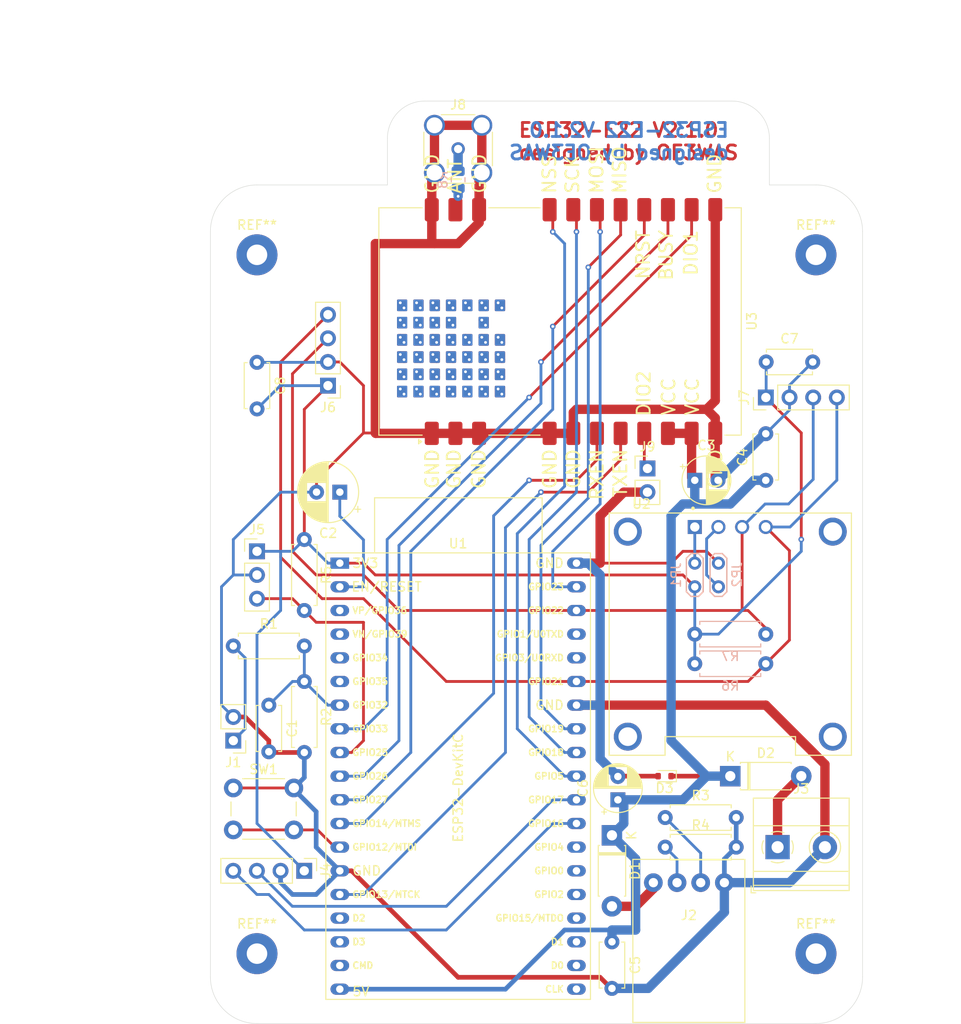
<source format=kicad_pcb>
(kicad_pcb (version 20240108) (generator "pcbnew") (generator_version "8.0")
  (title_block (title "ESP32+E22 single sided") (date "2024-10-08") (rev "V 2.0.6") (comment 1 "designed by OE3WAS"))
  (layers (0 "F.Cu" signal) (31 "B.Cu" signal) (34 "B.Paste" user) (35 "F.Paste" user) (36 "B.SilkS" user "B.Silkscreen") (37 "F.SilkS" user "F.Silkscreen") (38 "B.Mask" user) (39 "F.Mask" user) (44 "Edge.Cuts" user))
  (net 0 "")
  (net 1 "/GPS_TX")
  (net 2 "+3.3V")
  (net 3 "GND")
  (net 4 "/GPS_RX")
  (net 5 "/SDA")
  (net 6 "/SCL")
  (net 7 "/OneWire")
  (net 8 "Net-(U1-32K_XP{slash}GPIO32{slash}ADC1_CH4)")
  (net 9 "/E22_BUSY")
  (net 10 "Net-(U1-CHIP_PU)")
  (net 11 "/E22_NRST")
  (net 12 "Net-(D2-A)")
  (net 13 "/MISO")
  (net 14 "/MOSI")
  (net 15 "/E22_SCK")
  (net 16 "+5V")
  (net 17 "/E22_DIO1")
  (net 18 "/E22_NSS")
  (net 19 "Net-(J1-Pin_1)")
  (net 20 "Net-(J8-In)")
  (net 21 "Net-(J9-Pin_1)")
  (net 22 "Net-(U1-MTDI{slash}GPIO12{slash}ADC2_CH5)")
  (net 38 "/E22_RXEN")
  (net 39 "/E22_TXEN")
  (net 200 "Net-(JP1-A)")
  (net 201 "Net-(JP2-A)")
  (net 202 "Net-(D1-A)")
  (net 204 "Net-(U3-ANT)")
  (net 205 "Net-(J2-CC2)")
  (net 206 "Net-(J2-CC1)")
  (footprint "Connector_PinHeader_2.54mm:PinHeader_1x03_P2.54mm_Vertical" (layer "F.Cu") (at 115.57 95.25)
    (property "Reference" "J5")
    (property "Value" "Conn_01x03_Socket")
  )
  (footprint "Resistor_THT:R_Axial_DIN0207_L6.3mm_D2.5mm_P7.62mm_Horizontal" (layer "F.Cu") (at 113.03 105.41)
    (property "Reference" "R1")
    (property "Value" "5k1")
  )
  (footprint "Capacitor_THT:CP_Radial_D5.0mm_P2.50mm" (layer "F.Cu") (at 154.305 121.92 90)
    (property "Reference" "C6")
    (property "Value" "470µF")
  )
  (footprint "Resistor_THT:R_Axial_DIN0207_L6.3mm_D2.5mm_P7.62mm_Horizontal" (layer "F.Cu") (at 159.385 127)
    (property "Reference" "R4")
    (property "Value" "5k1")
  )
  (footprint "Resistor_THT:R_Axial_DIN0207_L6.3mm_D2.5mm_P7.62mm_Horizontal" (layer "F.Cu") (at 120.65 109.22 -90)
    (property "Reference" "R2")
    (property "Value" "5k1")
  )
  (footprint "MountingHole:MountingHole_2.2mm_M2_Pad_TopBottom" (layer "F.Cu") (at 175.57 63.43)
    (property "Reference" "REF**")
    (property "Value" "MountingHole_2.2mm_M2_Pad_TopBottom")
  )
  (footprint "Capacitor_THT:CP_Radial_D6.3mm_P2.50mm" (layer "F.Cu") (at 124.46 88.9 180)
    (property "Reference" "C2")
    (property "Value" "10µF")
  )
  (footprint "MountingHole:MountingHole_2.2mm_M2_Pad_TopBottom" (layer "F.Cu") (at 115.57 138.43)
    (property "Reference" "REF**")
    (property "Value" "MountingHole_2.2mm_M2_Pad_TopBottom")
  )
  (footprint "Connector_PinHeader_2.54mm:PinHeader_1x04_P2.54mm_Vertical" (layer "F.Cu") (at 170.19 78.74 90)
    (property "Reference" "J7")
    (property "Value" "Conn_01x04_Socket")
  )
  (footprint "Diode_THT:D_DO-41_SOD81_P7.62mm_Horizontal" (layer "F.Cu") (at 166.37 119.38)
    (property "Reference" "D2")
    (property "Value" "1N5817")
  )
  (footprint "E22:DM-OLED096-636" (layer "F.Cu") (at 166.37 104.14)
    (property "Reference" "U2")
    (property "Value" "DM-OLED096-636")
  )
  (footprint "Resistor_THT:R_Axial_DIN0207_L6.3mm_D2.5mm_P7.62mm_Horizontal" (layer "F.Cu") (at 120.65 93.98 -90)
    (property "Reference" "R5")
    (property "Value" "4k7")
  )
  (footprint "footprints:USB-C_vert" (layer "F.Cu") (at 161.925 130.81)
    (property "Reference" "J2")
    (property "Value" "~")
  )
  (footprint "Connector_PinHeader_2.54mm:PinHeader_1x02_P2.54mm_Vertical" (layer "F.Cu") (at 113.03 115.57 180)
    (property "Reference" "J1")
    (property "Value" "Conn_01x02_Socket")
  )
  (footprint "Connector_PinHeader_2.54mm:PinHeader_1x04_P2.54mm_Vertical" (layer "F.Cu") (at 123.19 77.47 180)
    (property "Reference" "J6")
    (property "Value" "Conn_01x04_Socket")
  )
  (footprint "Diode_THT:D_DO-41_SOD81_P7.62mm_Horizontal" (layer "F.Cu") (at 153.67 125.73 -90)
    (property "Reference" "D1")
    (property "Value" "1N5817")
  )
  (footprint "Capacitor_THT:C_Disc_D4.7mm_W2.5mm_P5.00mm" (layer "F.Cu") (at 170.18 87.63 90)
    (property "Reference" "C4")
    (property "Value" "100nF")
  )
  (footprint "TerminalBlock_Phoenix:TerminalBlock_Phoenix_MKDS-1,5-2-5.08_1x02_P5.08mm_Horizontal" (layer "F.Cu") (at 171.45 127)
    (property "Reference" "J3")
    (property "Value" "Conn_01x02_Socket" (hide yes))
  )
  (footprint "Capacitor_THT:C_Disc_D4.7mm_W2.5mm_P5.00mm" (layer "F.Cu") (at 153.67 137.16 -90)
    (property "Reference" "C5")
    (property "Value" "100nF")
  )
  (footprint "Connector_Coaxial:SMA_Amphenol_132134-14_Vertical" (layer "F.Cu") (at 137.16 52.07)
    (property "Reference" "J8")
    (property "Value" "SMA")
  )
  (footprint "Capacitor_THT:CP_Radial_D5.0mm_P2.50mm" (layer "F.Cu") (at 162.56 87.63)
    (property "Reference" "C3")
    (property "Value" "470µF")
  )
  (footprint "E22:E22-400M33S" (layer "F.Cu") (at 145.1 70.58 90)
    (property "Reference" "U3")
    (property "Value" "E22-40033S")
  )
  (footprint "Connector_PinHeader_2.54mm:PinHeader_1x04_P2.54mm_Vertical" (layer "F.Cu") (at 120.64 129.54 -90)
    (property "Reference" "J4")
    (property "Value" "Conn_01x04_Socket" (hide yes))
  )
  (footprint "E22:ESP32-DevKitC" (layer "F.Cu") (at 124.46 96.52)
    (property "Reference" "U1")
    (property "Value" "ESP32-DevKitC")
  )
  (footprint "Capacitor_THT:C_Disc_D4.7mm_W2.5mm_P5.00mm" (layer "F.Cu") (at 170.22 74.93)
    (property "Reference" "C7")
    (property "Value" "100nF")
  )
  (footprint "Capacitor_THT:C_Disc_D4.7mm_W2.5mm_P5.00mm" (layer "F.Cu") (at 116.84 111.76 -90)
    (property "Reference" "C1")
    (property "Value" "100nF")
  )
  (footprint "Capacitor_THT:C_Disc_D4.7mm_W2.5mm_P5.00mm" (layer "F.Cu") (at 115.57 74.97 -90)
    (property "Reference" "C8")
    (property "Value" "100nF")
  )
  (footprint "MountingHole:MountingHole_2.2mm_M2_Pad_TopBottom" (layer "F.Cu") (at 115.57 63.43)
    (property "Reference" "REF**")
    (property "Value" "MountingHole_2.2mm_M2_Pad_TopBottom")
  )
  (footprint "Button_Switch_THT:SW_PUSH_6mm" (layer "F.Cu") (at 113.03 120.65)
    (property "Reference" "SW1")
    (property "Value" "SW_Push")
  )
  (footprint "MountingHole:MountingHole_2.2mm_M2_Pad_TopBottom" (layer "F.Cu") (at 175.57 138.43)
    (property "Reference" "REF**")
    (property "Value" "MountingHole_2.2mm_M2_Pad_TopBottom")
  )
  (footprint "Resistor_THT:R_Axial_DIN0207_L6.3mm_D2.5mm_P7.62mm_Horizontal" (layer "F.Cu") (at 159.385 123.825)
    (property "Reference" "R3")
    (property "Value" "5k1")
  )
  (footprint "Diode_SMD:D_SOD-523" (layer "F.Cu") (at 159.32 119.38 180)
    (property "Reference" "D3")
    (property "Value" "LESD5D5.0CT1G")
  )
  (footprint "Connector_PinHeader_2.54mm:PinHeader_1x02_P2.54mm_Vertical" (layer "F.Cu") (at 157.48 86.36)
    (property "Reference" "J9")
    (property "Value" "Conn_01x02_Socket" (hide yes))
  )
  (footprint "TestPoint:TestPoint_2Pads_Pitch2.54mm_Drill0.8mm" (layer "B.Cu") (at 162.56 96.52 -90)
    (property "Reference" "JP1")
    (property "Value" "Jumper_2_Small_Bridged" (hide yes))
  )
  (footprint "Resistor_SMD:R_0805_2012Metric" (layer "B.Cu") (at 137.16 55.372 -90)
    (property "Reference" "R8")
    (property "Value" "0R")
  )
  (footprint "Resistor_THT:R_Axial_DIN0207_L6.3mm_D2.5mm_P7.62mm_Horizontal" (layer "B.Cu") (at 162.56 104.14)
    (property "Reference" "R7")
    (property "Value" "10k")
  )
  (footprint "TestPoint:TestPoint_2Pads_Pitch2.54mm_Drill0.8mm" (layer "B.Cu") (at 165.1 99.06 90)
    (property "Reference" "JP2")
    (property "Value" "Jumper_2_Small_Bridged" (hide yes))
  )
  (footprint "Resistor_THT:R_Axial_DIN0207_L6.3mm_D2.5mm_P7.62mm_Horizontal" (layer "B.Cu") (at 162.56 107.315)
    (property "Reference" "R6")
    (property "Value" "10k")
  )
  (gr_arc (start 166.57 46.93) (mid 169.398427 48.101573) (end 170.57 50.93) (stroke (width 0.05)) (layer "Edge.Cuts"))
  (gr_line (start 175.57 145.93) (end 115.57 145.93) (stroke (width 0.05)) (layer "Edge.Cuts"))
  (gr_line (start 129.57 55.93) (end 115.57 55.93) (stroke (width 0.05)) (layer "Edge.Cuts"))
  (gr_arc (start 175.57 55.93) (mid 179.105534 57.394466) (end 180.57 60.93) (stroke (width 0.05)) (layer "Edge.Cuts"))
  (gr_arc (start 110.57 60.93) (mid 112.034466 57.394466) (end 115.57 55.93) (stroke (width 0.05)) (layer "Edge.Cuts"))
  (gr_line (start 110.57 140.93) (end 110.57 60.93) (stroke (width 0.05)) (layer "Edge.Cuts"))
  (gr_line (start 170.57 55.93) (end 175.57 55.93) (stroke (width 0.05)) (layer "Edge.Cuts"))
  (gr_arc (start 115.57 145.93) (mid 112.034466 144.465534) (end 110.57 140.93) (stroke (width 0.05)) (layer "Edge.Cuts"))
  (gr_line (start 129.57 55.93) (end 129.57 50.93) (stroke (width 0.05)) (layer "Edge.Cuts"))
  (gr_arc (start 129.57 50.93) (mid 130.741573 48.101573) (end 133.57 46.93) (stroke (width 0.05)) (layer "Edge.Cuts"))
  (gr_arc (start 180.57 140.93) (mid 179.105534 144.465534) (end 175.57 145.93) (stroke (width 0.05)) (layer "Edge.Cuts"))
  (gr_line (start 166.57 46.93) (end 133.57 46.93) (stroke (width 0.05)) (layer "Edge.Cuts"))
  (gr_line (start 180.57 60.93) (end 180.57 140.93) (stroke (width 0.05)) (layer "Edge.Cuts"))
  (gr_line (start 170.57 55.93) (end 170.57 50.93) (stroke (width 0.05)) (layer "Edge.Cuts"))
  (gr_text "ESP32-E22 V2.1.0\ndesigned by OE3WAS" (at 143.51 53.34 0) (layer "F.Cu") (effects (font (size 1.5 1.5) (thickness 0.3) (bold yes)) (justify left bottom)))
  (gr_text "ESP32-E22 V2.1.0\ndesigned by OE3WAS" (at 166.37 53.34 0) (layer "B.Cu") (effects (font (size 1.5 1.5) (thickness 0.3) (bold yes)) (justify left bottom mirror)))
  (segment (start 147.32 121.92) (end 135.89 133.35) (width 0.3) (layer "B.Cu") (net 1))
  (segment (start 119.37 133.35) (end 115.56 129.54) (width 0.3) (layer "B.Cu") (net 1))
  (segment (start 135.89 133.35) (end 119.37 133.35) (width 0.3) (layer "B.Cu") (net 1))
  (segment (start 149.86 121.92) (end 147.32 121.92) (width 0.3) (layer "B.Cu") (net 1))
  (segment (start 161.29 97.79) (end 162.56 99.06) (width 0.3) (layer "F.Cu") (net 2))
  (segment (start 120.65 93.98) (end 120.65 80.01) (width 0.3) (layer "F.Cu") (net 2))
  (segment (start 127 96.52) (end 128.27 97.79) (width 0.3) (layer "F.Cu") (net 2))
  (segment (start 124.46 96.52) (end 127 96.52) (width 0.3) (layer "F.Cu") (net 2))
  (segment (start 128.27 97.79) (end 161.29 97.79) (width 0.3) (layer "F.Cu") (net 2))
  (segment (start 120.65 80.01) (end 123.19 77.47) (width 0.3) (layer "F.Cu") (net 2))
  (segment (start 173.99 82.54) (end 170.19 78.74) (width 0.3) (layer "F.Cu") (net 2))
  (segment (start 173.99 93.98) (end 173.99 82.54) (width 0.3) (layer "F.Cu") (net 2))
  (via (at 173.99 93.98) (size 0.6) (drill 0.3) (layers "F.Cu" "B.Cu") (net 2))
  (segment (start 170.22 74.93) (end 170.22 78.71) (width 0.3) (layer "B.Cu") (net 2))
  (segment (start 170.22 78.71) (end 170.19 78.74) (width 0.3) (layer "B.Cu") (net 2))
  (segment (start 118.11 95.25) (end 119.38 95.25) (width 0.3) (layer "B.Cu") (net 2))
  (segment (start 119.38 95.25) (end 120.65 93.98) (width 0.3) (layer "B.Cu") (net 2))
  (segment (start 173.99 95.25) (end 173.99 93.98) (width 0.3) (layer "B.Cu") (net 2))
  (segment (start 162.56 104.14) (end 165.1 104.14) (width 0.3) (layer "B.Cu") (net 2))
  (segment (start 115.57 79.97) (end 118.07 77.47) (width 0.3) (layer "B.Cu") (net 2))
  (segment (start 120.64 129.53) (end 115.57 124.46) (width 0.3) (layer "B.Cu") (net 2))
  (segment (start 162.56 99.06) (end 162.56 107.315) (width 0.3) (layer "B.Cu") (net 2))
  (segment (start 165.1 104.14) (end 173.99 95.25) (width 0.3) (layer "B.Cu") (net 2))
  (segment (start 115.57 104.14) (end 118.11 101.6) (width 0.3) (layer "B.Cu") (net 2))
  (segment (start 118.11 95.25) (end 115.57 95.25) (width 0.3) (layer "B.Cu") (net 2))
  (segment (start 118.11 101.6) (end 118.11 95.25) (width 0.3) (layer "B.Cu") (net 2))
  (segment (start 120.64 129.54) (end 120.64 129.53) (width 0.3) (layer "B.Cu") (net 2))
  (segment (start 123.19 96.52) (end 124.46 96.52) (width 0.3) (layer "B.Cu") (net 2))
  (segment (start 170.19 74.9) (end 170.22 74.93) (width 0.3) (layer "B.Cu") (net 2))
  (segment (start 170.19 78.74) (end 169.56 78.11) (width 0.3) (layer "B.Cu") (net 2))
  (segment (start 120.65 93.98) (end 123.19 96.52) (width 0.3) (layer "B.Cu") (net 2))
  (segment (start 118.07 77.47) (end 123.19 77.47) (width 0.3) (layer "B.Cu") (net 2))
  (segment (start 115.57 124.46) (end 115.57 104.14) (width 0.3) (layer "B.Cu") (net 2))
  (segment (start 176.53 118.11) (end 176.53 127) (width 1) (layer "F.Cu") (net 3))
  (segment (start 158.62 119.38) (end 154.345 119.38) (width 0.5) (layer "F.Cu") (net 3))
  (segment (start 160.02 96.52) (end 152.4 96.52) (width 0.3) (layer "F.Cu") (net 3))
  (segment (start 139.7 49.53) (end 139.7 54.61) (width 1) (layer "F.Cu") (net 3))
  (segment (start 170.18 111.76) (end 176.53 118.11) (width 1) (layer "F.Cu") (net 3))
  (segment (start 139.41 82.59) (end 136.87 82.59) (width 1) (layer "F.Cu") (net 3))
  (segment (start 134.33 54.9) (end 134.62 54.61) (width 1) (layer "F.Cu") (net 3))
  (segment (start 134.62 54.61) (end 134.62 49.53) (width 1) (layer "F.Cu") (net 3))
  (segment (start 127 82.55) (end 128.27 82.55) (width 0.3) (layer "F.Cu") (net 3))
  (segment (start 127 82.55) (end 127 77.47) (width 0.3) (layer "F.Cu") (net 3))
  (segment (start 116.92 116.84) (end 120.65 116.84) (width 0.5) (layer "F.Cu") (net 3))
  (segment (start 154.345 119.38) (end 154.305 119.42) (width 0.3) (layer "F.Cu") (net 3))
  (segment (start 134.33 58.59) (end 134.33 61.94) (width 1) (layer "F.Cu") (net 3))
  (segment (start 121.96 87.59) (end 127 82.55) (width 0.3) (layer "F.Cu") (net 3))
  (segment (start 161.29 95.25) (end 160.02 96.52) (width 0.3) (layer "F.Cu") (net 3))
  (segment (start 146.98 82.59) (end 149.52 82.59) (width 1) (layer "F.Cu") (net 3))
  (segment (start 149.86 96.52) (end 152.4 96.52) (width 1) (layer "F.Cu") (net 3))
  (segment (start 127 77.47) (end 124.46 74.93) (width 0.3) (layer "F.Cu") (net 3))
  (segment (start 128.31 82.59) (end 128.27 82.55) (width 1) (layer "F.Cu") (net 3))
  (segment (start 134.62 49.53) (end 139.7 49.53) (width 1) (layer "F.Cu") (net 3))
  (segment (start 134.33 58.59) (end 134.33 54.9) (width 1) (layer "F.Cu") (net 3))
  (segment (start 149.52 80.35) (end 149.86 80.01) (width 1) (layer "F.Cu") (net 3))
  (segment (start 139.41 58.59) (end 139.41 59.98) (width 1) (layer "F.Cu") (net 3))
  (segment (start 139.41 82.59) (end 146.98 82.59) (width 1) (layer "F.Cu") (net 3))
  (segment (start 125.73 129.54) (end 137.16 140.97) (width 0.5) (layer "F.Cu") (net 3))
  (segment (start 164.76 82.59) (end 164.76 87.33) (width 1) (layer "F.Cu") (net 3))
  (segment (start 121.96 88.9) (end 121.96 87.59) (width 0.3) (layer "F.Cu") (net 3))
  (segment (start 163.83 95.25) (end 161.29 95.25) (width 0.3) (layer "F.Cu") (net 3))
  (segment (start 116.84 116.76) (end 116.92 116.84) (width 0.5) (layer "F.Cu") (net 3))
  (segment (start 165.1 96.52) (end 163.83 95.25) (width 0.3) (layer "F.Cu") (net 3))
  (segment (start 134.62 62.23) (end 128.27 62.23) (width 1) (layer "F.Cu") (net 3))
  (segment (start 139.41 59.98) (end 137.16 62.23) (width 1) (layer "F.Cu") (net 3))
  (segment (start 164.76 87.33) (end 165.06 87.63) (width 1) (layer "F.Cu") (net 3))
  (segment (start 139.41 54.9) (end 139.7 54.61) (width 1) (layer "F.Cu") (net 3))
  (segment (start 149.86 80.01) (end 163.83 80.01) (width 1) (layer "F.Cu") (net 3))
  (segment (start 137.16 62.23) (end 134.62 62.23) (width 1) (layer "F.Cu") (net 3))
  (segment (start 154.94 88.9) (end 157.48 88.9) (width 1) (layer "F.Cu") (net 3))
  (segment (start 153.59 142.16) (end 153.67 142.16) (width 0.5) (layer "F.Cu") (net 3))
  (segment (start 114.3 113.03) (end 116.84 115.57) (width 0.5) (layer "F.Cu") (net 3))
  (segment (start 134.33 82.59) (end 128.31 82.59) (width 1) (layer "F.Cu") (net 3))
  (segment (start 152.4 91.44) (end 154.94 88.9) (width 1) (layer "F.Cu") (net 3))
  (segment (start 164.76 58.59) (end 164.76 79.08) (width 1) (layer "F.Cu") (net 3))
  (segment (start 116.84 115.57) (end 116.84 116.76) (width 0.5) (layer "F.Cu") (net 3))
  (segment (start 124.46 129.54) (end 125.73 129.54) (width 0.5) (layer "F.Cu") (net 3))
  (segment (start 134.33 61.94) (end 134.62 62.23) (width 1) (layer "F.Cu") (net 3))
  (segment (start 149.86 111.76) (end 170.18 111.76) (width 1) (layer "F.Cu") (net 3))
  (segment (start 113.03 113.03) (end 114.3 113.03) (width 0.5) (layer "F.Cu") (net 3))
  (segment (start 113.03 120.65) (end 119.53 120.65) (width 0.3) (layer "F.Cu") (net 3))
  (segment (start 164.76 80.94) (end 164.76 82.59) (width 1) (layer "F.Cu") (net 3))
  (segment (start 152.4 140.97) (end 153.59 142.16) (width 0.5) (layer "F.Cu") (net 3))
  (segment (start 137.16 140.97) (end 152.4 140.97) (width 0.5) (layer "F.Cu") (net 3))
  (segment (start 136.87 82.59) (end 134.33 82.59) (width 1) (layer "F.Cu") (net 3))
  (segment (start 152.4 96.52) (end 152.4 91.44) (width 1) (layer "F.Cu") (net 3))
  (segment (start 149.52 82.59) (end 149.52 80.35) (width 1) (layer "F.Cu") (net 3))
  (segment (start 128.27 62.23) (end 128.27 82.55) (width 1) (layer "F.Cu") (net 3))
  (segment (start 163.83 80.01) (end 164.76 80.94) (width 1) (layer "F.Cu") (net 3))
  (segment (start 139.41 58.59) (end 139.41 54.9) (width 1) (layer "F.Cu") (net 3))
  (segment (start 124.46 74.93) (end 123.19 74.93) (width 0.3) (layer "F.Cu") (net 3))
  (segment (start 164.76 79.08) (end 163.83 80.01) (width 1) (layer "F.Cu") (net 3))
  (segment (start 172.72 130.81) (end 165.735 130.81) (width 1) (layer "B.Cu") (net 3))
  (segment (start 119.53 120.65) (end 119.53 120.8) (width 0.5) (layer "B.Cu") (net 3))
  (segment (start 121.92 127) (end 124.46 129.54) (width 0.5) (layer "B.Cu") (net 3))
  (segment (start 152.4 97.79) (end 152.4 111.76) (width 1) (layer "B.Cu") (net 3))
  (segment (start 111.76 99.06) (end 113.03 97.79) (width 0.3) (layer "B.Cu") (net 3))
  (segment (start 113.03 97.79) (end 113.03 93.98) (width 0.3) (layer "B.Cu") (net 3))
  (segment (start 121.92 123.19) (end 121.92 127) (width 0.5) (layer "B.Cu") (net 3))
  (segment (start 170.06 82.63) (end 165.06 87.63) (width 1) (layer "B.Cu") (net 3))
  (segment (start 172.73 77.42) (end 175.22 74.93) (width 0.3) (layer "B.Cu") (net 3))
  (segment (start 152.4 117.515) (end 152.4 111.76) (width 1) (layer "B.Cu") (net 3))
  (segment (start 167.005 127) (end 165.735 128.27) (width 0.5) (layer "B.Cu") (net 3))
  (segment (start 119.53 120.8) (end 121.92 123.19) (width 0.5) (layer "B.Cu") (net 3))
  (segment (start 121.92 132.08) (end 119.38 132.08) (width 0.5) (layer "B.Cu") (net 3))
  (segment (start 154.305 119.42) (end 152.4 117.515) (width 1) (layer "B.Cu") (net 3))
  (segment (start 152.4 111.76) (end 149.86 111.76) (width 1) (layer "B.Cu") (net 3))
  (segment (start 120.65 119.53) (end 119.53 120.65) (width 0.5) (layer "B.Cu") (net 3))
  (segment (start 120.65 116.84) (end 120.65 119.53) (width 0.5) (layer "B.Cu") (net 3))
  (segment (start 172.73 78.74) (end 172.73 80.08) (width 0.3) (layer "B.Cu") (net 3))
  (segment (start 165.735 128.27) (end 165.735 130.81) (width 0.5) (layer "B.Cu") (net 3))
  (segment (start 149.86 96.52) (end 151.13 96.52) (width 1) (layer "B.Cu") (net 3))
  (segment (start 123.15 74.97) (end 123.19 74.93) (width 0.3) (layer "B.Cu") (net 3))
  (segment (start 115.57 97.79) (end 113.03 97.79) (width 0.3) (layer "B.Cu") (net 3))
  (segment (start 172.73 78.74) (end 172.73 77.42) (width 0.3) (layer "B.Cu") (net 3))
  (segment (start 151.13 96.52) (end 152.4 97.79) (width 1) (layer "B.Cu") (net 3))
  (segment (start 119.38 132.08) (end 118.1 130.8) (width 0.5) (layer "B.Cu") (net 3))
  (segment (start 113.03 113.03) (end 111.76 111.76) (width 0.3) (layer "B.Cu") (net 3))
  (segment (start 165.735 133.985) (end 165.735 130.81) (width 1) (layer "B.Cu") (net 3))
  (segment (start 157.56 142.16) (end 165.735 133.985) (width 1) (layer "B.Cu") (net 3))
  (segment (start 111.76 111.76) (end 111.76 99.06) (width 0.3) (layer "B.Cu") (net 3))
  (segment (start 118.1 130.8) (end 118.1 129.54) (width 0.5) (layer "B.Cu") (net 3))
  (segment (start 172.72 130.81) (end 176.53 127) (width 1) (layer "B.Cu") (net 3))
  (segment (start 115.57 74.97) (end 123.15 74.97) (width 0.3) (layer "B.Cu") (net 3))
  (segment (start 170.18 82.63) (end 170.06 82.63) (width 1) (layer "B.Cu") (net 3))
  (segment (start 113.03 93.98) (end 118.11 88.9) (width 0.3) (layer "B.Cu") (net 3))
  (segment (start 167.005 127) (end 167.005 123.825) (width 0.5) (layer "B.Cu") (net 3))
  (segment (start 153.67 142.16) (end 157.56 142.16) (width 1) (layer "B.Cu") (net 3))
  (segment (start 118.11 88.9) (end 121.96 88.9) (width 0.3) (layer "B.Cu") (net 3))
  (segment (start 172.73 80.08) (end 170.18 82.63) (width 0.3) (layer "B.Cu") (net 3))
  (segment (start 124.46 129.54) (end 121.92 132.08) (width 0.5) (layer "B.Cu") (net 3))
  (segment (start 120.65 135.89) (end 116.84 132.08) (width 0.3) (layer "B.Cu") (net 4))
  (segment (start 115.56 132.08) (end 113.02 129.54) (width 0.3) (layer "B.Cu") (net 4))
  (segment (start 116.84 132.08) (end 115.56 132.08) (width 0.3) (layer "B.Cu") (net 4))
  (segment (start 147.32 124.46) (end 135.89 135.89) (width 0.3) (layer "B.Cu") (net 4))
  (segment (start 135.89 135.89) (end 120.65 135.89) (width 0.3) (layer "B.Cu") (net 4))
  (segment (start 149.86 124.46) (end 147.32 124.46) (width 0.3) (layer "B.Cu") (net 4))
  (segment (start 135.89 109.22) (end 127 100.33) (width 0.3) (layer "F.Cu") (net 5))
  (segment (start 172.72 104.775) (end 170.18 107.315) (width 0.3) (layer "F.Cu") (net 5))
  (segment (start 168.275 109.22) (end 170.18 107.315) (width 0.3) (layer "F.Cu") (net 5))
  (segment (start 149.86 109.22) (end 135.89 109.22) (width 0.3) (layer "F.Cu") (net 5))
  (segment (start 118.11 95.885) (end 118.11 74.93) (width 0.3) (layer "F.Cu") (net 5))
  (segment (start 122.555 100.33) (end 118.11 95.885) (width 0.3) (layer "F.Cu") (net 5))
  (segment (start 170.18 92.64) (end 172.72 95.18) (width 0.3) (layer "F.Cu") (net 5))
  (segment (start 118.11 74.93) (end 123.19 69.85) (width 0.3) (layer "F.Cu") (net 5))
  (segment (start 172.72 95.18) (end 172.72 104.775) (width 0.3) (layer "F.Cu") (net 5))
  (segment (start 149.86 109.22) (end 168.275 109.22) (width 0.3) (layer "F.Cu") (net 5))
  (segment (start 127 100.33) (end 122.555 100.33) (width 0.3) (layer "F.Cu") (net 5))
  (segment (start 172.79 92.64) (end 177.81 87.62) (width 0.3) (layer "B.Cu") (net 5))
  (segment (start 177.81 87.62) (end 177.81 78.74) (width 0.3) (layer "B.Cu") (net 5))
  (segment (start 170.18 92.64) (end 172.79 92.64) (width 0.3) (layer "B.Cu") (net 5))
  (segment (start 167.64 101.6) (end 167.64 92.64) (width 0.3) (layer "F.Cu") (net 6))
  (segment (start 127 97.79) (end 121.92 97.79) (width 0.3) (layer "F.Cu") (net 6))
  (segment (start 121.92 97.79) (end 119.38 95.25) (width 0.3) (layer "F.Cu") (net 6))
  (segment (start 149.86 101.6) (end 130.81 101.6) (width 0.3) (layer "F.Cu") (net 6))
  (segment (start 119.38 76.2) (end 123.19 72.39) (width 0.3) (layer "F.Cu") (net 6))
  (segment (start 119.38 95.25) (end 119.38 76.2) (width 0.3) (layer "F.Cu") (net 6))
  (segment (start 167.64 101.6) (end 168.275 101.6) (width 0.3) (layer "F.Cu") (net 6))
  (segment (start 130.81 101.6) (end 127 97.79) (width 0.3) (layer "F.Cu") (net 6))
  (segment (start 168.275 101.6) (end 170.18 103.505) (width 0.3) (layer "F.Cu") (net 6))
  (segment (start 149.86 101.6) (end 167.64 101.6) (width 0.3) (layer "F.Cu") (net 6))
  (segment (start 167.64 92.64) (end 170.11 90.17) (width 0.3) (layer "B.Cu") (net 6))
  (segment (start 175.27 87.524) (end 175.27 78.74) (width 0.3) (layer "B.Cu") (net 6))
  (segment (start 172.624 90.17) (end 175.27 87.524) (width 0.3) (layer "B.Cu") (net 6))
  (segment (start 170.11 90.17) (end 172.624 90.17) (width 0.3) (layer "B.Cu") (net 6))
  (segment (start 121.92 102.87) (end 127 102.87) (width 0.3) (layer "F.Cu") (net 7))
  (segment (start 127 115.57) (end 125.73 116.84) (width 0.3) (layer "F.Cu") (net 7))
  (segment (start 125.73 116.84) (end 124.46 116.84) (width 0.3) (layer "F.Cu") (net 7))
  (segment (start 115.57 100.33) (end 119.38 100.33) (width 0.3) (layer "F.Cu") (net 7))
  (segment (start 120.65 101.6) (end 121.92 102.87) (width 0.3) (layer "F.Cu") (net 7))
  (segment (start 127 102.87) (end 127 115.57) (width 0.3) (layer "F.Cu") (net 7))
  (segment (start 119.38 100.33) (end 120.65 101.6) (width 0.3) (layer "F.Cu") (net 7))
  (segment (start 119.38 109.22) (end 116.84 111.76) (width 0.3) (layer "B.Cu") (net 8))
  (segment (start 120.65 109.22) (end 123.19 111.76) (width 0.3) (layer "B.Cu") (net 8))
  (segment (start 120.65 105.41) (end 120.65 109.22) (width 0.3) (layer "B.Cu") (net 8))
  (segment (start 123.19 111.76) (end 124.46 111.76) (width 0.3) (layer "B.Cu") (net 8))
  (segment (start 120.65 109.22) (end 119.38 109.22) (width 0.3) (layer "B.Cu") (net 8))
  (segment (start 159.68 61.3) (end 159.68 58.59) (width 0.3) (layer "F.Cu") (net 9))
  (segment (start 146.05 74.93) (end 159.68 61.3) (width 0.3) (layer "F.Cu") (net 9))
  (via (at 146.05 74.93) (size 0.6) (drill 0.3) (layers "F.Cu" "B.Cu") (net 9))
  (segment (start 130.81 94.615) (end 130.81 115.57) (width 0.3) (layer "B.Cu") (net 9))
  (segment (start 130.81 115.57) (end 127 119.38) (width 0.3) (layer "B.Cu") (net 9))
  (segment (start 127 119.38) (end 124.46 119.38) (width 0.3) (layer "B.Cu") (net 9))
  (segment (start 146.05 74.93) (end 146.05 79.375) (width 0.3) (layer "B.Cu") (net 9))
  (segment (start 146.05 79.375) (end 130.81 94.615) (width 0.3) (layer "B.Cu") (net 9))
  (segment (start 127 99.06) (end 127 94.02) (width 0.3) (layer "B.Cu") (net 10))
  (segment (start 124.46 91.48) (end 124.46 88.9) (width 0.3) (layer "B.Cu") (net 10))
  (segment (start 127 94.02) (end 124.46 91.48) (width 0.3) (layer "B.Cu") (net 10))
  (segment (start 124.46 99.06) (end 127 99.06) (width 0.3) (layer "B.Cu") (net 10))
  (segment (start 147.32 71.12) (end 157.14 61.3) (width 0.3) (layer "F.Cu") (net 11))
  (segment (start 157.14 61.3) (end 157.14 58.59) (width 0.3) (layer "F.Cu") (net 11))
  (via (at 147.32 71.12) (size 0.6) (drill 0.3) (layers "F.Cu" "B.Cu") (net 11))
  (segment (start 147.32 71.12) (end 147.32 80.01) (width 0.3) (layer "B.Cu") (net 11))
  (segment (start 132.08 116.84) (end 127 121.92) (width 0.3) (layer "B.Cu") (net 11))
  (segment (start 132.08 95.25) (end 132.08 116.84) (width 0.3) (layer "B.Cu") (net 11))
  (segment (start 147.32 80.01) (end 132.08 95.25) (width 0.3) (layer "B.Cu") (net 11))
  (segment (start 127 121.92) (end 124.46 121.92) (width 0.3) (layer "B.Cu") (net 11))
  (segment (start 171.45 127) (end 171.45 121.92) (width 1) (layer "F.Cu") (net 12))
  (segment (start 171.45 121.92) (end 173.99 119.38) (width 1) (layer "F.Cu") (net 12))
  (segment (start 151.13 64.77) (end 154.6 61.3) (width 0.3) (layer "F.Cu") (net 13))
  (segment (start 154.6 61.3) (end 154.6 58.59) (width 0.3) (layer "F.Cu") (net 13))
  (via (at 151.13 64.77) (size 0.6) (drill 0.3) (layers "F.Cu" "B.Cu") (net 13))
  (segment (start 146.05 111.76) (end 148.59 114.3) (width 0.3) (layer "B.Cu") (net 13))
  (segment (start 148.59 114.3) (end 149.86 114.3) (width 0.3) (layer "B.Cu") (net 13))
  (segment (start 146.05 94.615) (end 146.05 111.76) (width 0.3) (layer "B.Cu") (net 13))
  (segment (start 151.13 64.77) (end 151.13 89.535) (width 0.3) (layer "B.Cu") (net 13))
  (segment (start 151.13 89.535) (end 146.05 94.615) (width 0.3) (layer "B.Cu") (net 13))
  (segment (start 152.4 58.93) (end 152.06 58.59) (width 0.3) (layer "F.Cu") (net 14))
  (segment (start 152.4 60.96) (end 152.4 58.93) (width 0.3) (layer "F.Cu") (net 14))
  (via (at 152.4 60.96) (size 0.6) (drill 0.3) (layers "F.Cu" "B.Cu") (net 14))
  (segment (start 152.4 90.17) (end 147.32 95.25) (width 0.3) (layer "B.Cu") (net 14))
  (segment (start 147.32 99.06) (end 149.86 99.06) (width 0.3) (layer "B.Cu") (net 14))
  (segment (start 147.32 95.25) (end 147.32 99.06) (width 0.3) (layer "B.Cu") (net 14))
  (segment (start 152.4 60.96) (end 152.4 90.17) (width 0.3) (layer "B.Cu") (net 14))
  (segment (start 149.86 58.93) (end 149.52 58.59) (width 0.3) (layer "F.Cu") (net 15))
  (segment (start 149.86 60.96) (end 149.86 58.93) (width 0.3) (layer "F.Cu") (net 15))
  (via (at 149.86 60.96) (size 0.6) (drill 0.3) (layers "F.Cu" "B.Cu") (net 15))
  (segment (start 144.78 113.03) (end 148.59 116.84) (width 0.3) (layer "B.Cu") (net 15))
  (segment (start 149.86 60.96) (end 149.86 88.9) (width 0.3) (layer "B.Cu") (net 15))
  (segment (start 144.78 93.98) (end 144.78 113.03) (width 0.3) (layer "B.Cu") (net 15))
  (segment (start 149.86 88.9) (end 144.78 93.98) (width 0.3) (layer "B.Cu") (net 15))
  (segment (start 148.59 116.84) (end 149.86 116.84) (width 0.3) (layer "B.Cu") (net 15))
  (segment (start 162.22 82.59) (end 162.22 87.29) (width 1) (layer "F.Cu") (net 16))
  (segment (start 162.22 82.59) (end 159.68 82.59) (width 1) (layer "F.Cu") (net 16))
  (segment (start 160.02 119.38) (end 166.37 119.38) (width 0.5) (layer "F.Cu") (net 16))
  (segment (start 162.22 87.29) (end 162.56 87.63) (width 1) (layer "F.Cu") (net 16))
  (segment (start 156.21 135.89) (end 153.67 135.89) (width 1) (layer "B.Cu") (net 16))
  (segment (start 170.18 87.63) (end 168.91 87.63) (width 1) (layer "B.Cu") (net 16))
  (segment (start 162.56 90.17) (end 162.56 87.63) (width 1) (layer "B.Cu") (net 16))
  (segment (start 153.67 125.73) (end 156.21 128.27) (width 1) (layer "B.Cu") (net 16))
  (segment (start 153.67 125.73) (end 154.94 124.46) (width 1) (layer "B.Cu") (net 16))
  (segment (start 163.83 119.38) (end 166.37 119.38) (width 1) (layer "B.Cu") (net 16))
  (segment (start 154.305 121.92) (end 161.29 121.92) (width 1) (layer "B.Cu") (net 16))
  (segment (start 160.02 115.57) (end 163.83 119.38) (width 1) (layer "B.Cu") (net 16))
  (segment (start 153.67 135.89) (end 148.59 135.89) (width 0.5) (layer "B.Cu") (net 16))
  (segment (start 166.37 90.17) (end 162.56 90.17) (width 1) (layer "B.Cu") (net 16))
  (segment (start 154.94 122.555) (end 154.305 121.92) (width 1) (layer "B.Cu") (net 16))
  (segment (start 161.29 121.92) (end 163.83 119.38) (width 1) (layer "B.Cu") (net 16))
  (segment (start 156.21 128.27) (end 156.21 135.89) (width 1) (layer "B.Cu") (net 16))
  (segment (start 148.59 135.89) (end 142.24 142.24) (width 0.5) (layer "B.Cu") (net 16))
  (segment (start 153.67 137.16) (end 153.67 135.89) (width 1) (layer "B.Cu") (net 16))
  (segment (start 160.02 91.44) (end 160.02 115.57) (width 1) (layer "B.Cu") (net 16))
  (segment (start 162.56 90.17) (end 161.29 90.17) (width 1) (layer "B.Cu") (net 16))
  (segment (start 168.91 87.63) (end 166.37 90.17) (width 1) (layer "B.Cu") (net 16))
  (segment (start 161.29 90.17) (end 160.02 91.44) (width 1) (layer "B.Cu") (net 16))
  (segment (start 142.24 142.24) (end 124.46 142.24) (width 0.5) (layer "B.Cu") (net 16))
  (segment (start 154.94 124.46) (end 154.94 122.555) (width 1) (layer "B.Cu") (net 16))
  (segment (start 144.78 78.74) (end 162.22 61.3) (width 0.3) (layer "F.Cu") (net 17))
  (segment (start 162.22 61.3) (end 162.22 58.59) (width 0.3) (layer "F.Cu") (net 17))
  (via (at 144.78 78.74) (size 0.6) (drill 0.3) (layers "F.Cu" "B.Cu") (net 17))
  (segment (start 129.54 93.98) (end 129.54 111.76) (width 0.3) (layer "B.Cu") (net 17))
  (segment (start 129.54 111.76) (end 127 114.3) (width 0.3) (layer "B.Cu") (net 17))
  (segment (start 127 114.3) (end 124.46 114.3) (width 0.3) (layer "B.Cu") (net 17))
  (segment (start 144.78 78.74) (end 129.54 93.98) (width 0.3) (layer "B.Cu") (net 17))
  (segment (start 147.32 58.93) (end 146.98 58.59) (width 0.3) (layer "F.Cu") (net 18))
  (segment (start 147.32 60.96) (end 147.32 58.93) (width 0.3) (layer "F.Cu") (net 18))
  (via (at 147.32 60.96) (size 0.6) (drill 0.3) (layers "F.Cu" "B.Cu") (net 18))
  (segment (start 148.59 119.38) (end 149.86 119.38) (width 0.3) (layer "B.Cu") (net 18))
  (segment (start 143.51 93.345) (end 143.51 114.3) (width 0.3) (layer "B.Cu") (net 18))
  (segment (start 143.51 114.3) (end 148.59 119.38) (width 0.3) (layer "B.Cu") (net 18))
  (segment (start 148.59 62.23) (end 148.59 88.265) (width 0.3) (layer "B.Cu") (net 18))
  (segment (start 147.32 60.96) (end 148.59 62.23) (width 0.3) (layer "B.Cu") (net 18))
  (segment (start 148.59 88.265) (end 143.51 93.345) (width 0.3) (layer "B.Cu") (net 18))
  (segment (start 114.3 114.3) (end 114.3 106.68) (width 0.3) (layer "B.Cu") (net 19))
  (segment (start 113.03 115.57) (end 114.3 114.3) (width 0.3) (layer "B.Cu") (net 19))
  (segment (start 114.3 106.68) (end 113.03 105.41) (width 0.3) (layer "B.Cu") (net 19))
  (segment (start 137.16 54.4595) (end 137.16 52.07) (width 1) (layer "B.Cu") (net 20))
  (segment (start 157.14 86.02) (end 157.48 86.36) (width 0.3) (layer "F.Cu") (net 21))
  (segment (start 157.14 82.59) (end 157.14 86.02) (width 0.3) (layer "F.Cu") (net 21))
  (segment (start 124.46 127) (end 123.92 127) (width 0.3) (layer "F.Cu") (net 22))
  (segment (start 119.53 125.15) (end 113.03 125.15) (width 0.3) (layer "F.Cu") (net 22))
  (segment (start 122.07 125.15) (end 119.53 125.15) (width 0.3) (layer "F.Cu") (net 22))
  (segment (start 123.92 127) (end 122.07 125.15) (width 0.3) (layer "F.Cu") (net 22))
  (segment (start 144.78 87.63) (end 149.86 87.63) (width 0.3) (layer "F.Cu") (net 38))
  (segment (start 152.06 85.43) (end 152.06 82.59) (width 0.3) (layer "F.Cu") (net 38))
  (segment (start 149.86 87.63) (end 152.06 85.43) (width 0.3) (layer "F.Cu") (net 38))
  (via (at 144.78 87.63) (size 0.6) (drill 0.3) (layers "F.Cu" "B.Cu") (net 38))
  (segment (start 140.97 91.44) (end 140.97 110.49) (width 0.3) (layer "B.Cu") (net 38))
  (segment (start 140.97 110.49) (end 127 124.46) (width 0.3) (layer "B.Cu") (net 38))
  (segment (start 127 124.46) (end 124.46 124.46) (width 0.3) (layer "B.Cu") (net 38))
  (segment (start 144.78 87.63) (end 140.97 91.44) (width 0.3) (layer "B.Cu") (net 38))
  (segment (start 154.6 85.43) (end 154.6 82.59) (width 0.3) (layer "F.Cu") (net 39))
  (segment (start 151.13 88.9) (end 154.6 85.43) (width 0.3) (layer "F.Cu") (net 39))
  (segment (start 146.05 88.9) (end 151.13 88.9) (width 0.3) (layer "F.Cu") (net 39))
  (via (at 146.05 88.9) (size 0.6) (drill 0.3) (layers "F.Cu" "B.Cu") (net 39))
  (segment (start 127 132.08) (end 124.46 132.08) (width 0.3) (layer "B.Cu") (net 39))
  (segment (start 142.24 116.84) (end 127 132.08) (width 0.3) (layer "B.Cu") (net 39))
  (segment (start 142.24 92.71) (end 142.24 116.84) (width 0.3) (layer "B.Cu") (net 39))
  (segment (start 146.05 88.9) (end 142.24 92.71) (width 0.3) (layer "B.Cu") (net 39))
  (segment (start 162.56 96.52) (end 162.56 92.64) (width 0.3) (layer "B.Cu") (net 200))
  (segment (start 163.83 93.91) (end 165.1 92.64) (width 0.3) (layer "B.Cu") (net 201))
  (segment (start 163.83 97.79) (end 163.83 93.91) (width 0.3) (layer "B.Cu") (net 201))
  (segment (start 165.1 99.06) (end 163.83 97.79) (width 0.3) (layer "B.Cu") (net 201))
  (segment (start 158.115 131.455) (end 158.115 130.81) (width 1) (layer "F.Cu") (net 202))
  (segment (start 156.22 133.35) (end 158.115 131.455) (width 1) (layer "F.Cu") (net 202))
  (segment (start 153.67 133.35) (end 156.22 133.35) (width 1) (layer "F.Cu") (net 202))
  (segment (start 137.16 58.3) (end 136.87 58.59) (width 0.3) (layer "F.Cu") (net 204))
  (segment (start 136.87 57.44) (end 137.16 57.15) (width 0.3) (layer "F.Cu") (net 204))
  (segment (start 136.87 58.59) (end 136.87 57.44) (width 0.3) (layer "F.Cu") (net 204))
  (via (at 137.16 57.15) (size 0.6) (drill 0.3) (layers "F.Cu" "B.Cu") (net 204))
  (segment (start 137.16 57.15) (end 137.16 56.2845) (width 1) (layer "B.Cu") (net 204))
  (segment (start 163.195 127.635) (end 163.195 130.81) (width 0.3) (layer "B.Cu") (net 205))
  (segment (start 159.385 123.825) (end 163.195 127.635) (width 0.3) (layer "B.Cu") (net 205))
  (segment (start 160.655 128.27) (end 160.655 130.81) (width 0.3) (layer "B.Cu") (net 206))
  (segment (start 159.385 127) (end 160.655 128.27) (width 0.3) (layer "B.Cu") (net 206))
)
</source>
